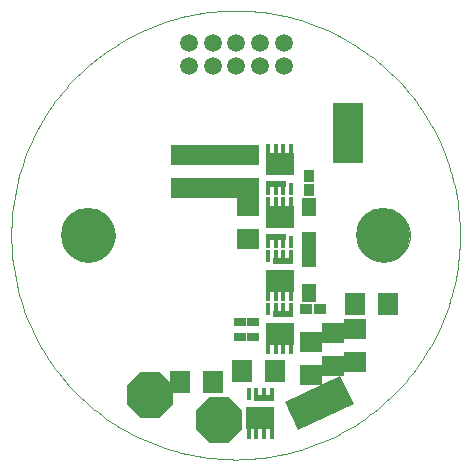
<source format=gts>
G75*
%MOIN*%
%OFA0B0*%
%FSLAX25Y25*%
%IPPOS*%
%LPD*%
%AMOC8*
5,1,8,0,0,1.08239X$1,22.5*
%
%ADD10C,0.00000*%
%ADD11C,0.18117*%
%ADD12C,0.00039*%
%ADD13R,0.01778X0.04337*%
%ADD14R,0.06896X0.01975*%
%ADD15R,0.09455X0.07487*%
%ADD16R,0.07498X0.06699*%
%ADD17R,0.06699X0.07498*%
%ADD18R,0.05124X0.06306*%
%ADD19R,0.07487X0.06699*%
%ADD20R,0.06699X0.07487*%
%ADD21R,0.03313X0.04042*%
%ADD22R,0.04042X0.03313*%
%ADD23R,0.03943X0.03156*%
%ADD24OC8,0.15400*%
%ADD25R,0.10400X0.20400*%
%ADD26C,0.05943*%
D10*
X0031167Y0092072D02*
X0031170Y0092289D01*
X0031178Y0092507D01*
X0031191Y0092724D01*
X0031210Y0092940D01*
X0031234Y0093156D01*
X0031263Y0093372D01*
X0031297Y0093586D01*
X0031337Y0093800D01*
X0031382Y0094013D01*
X0031432Y0094224D01*
X0031488Y0094435D01*
X0031548Y0094643D01*
X0031614Y0094851D01*
X0031685Y0095056D01*
X0031761Y0095260D01*
X0031841Y0095462D01*
X0031927Y0095662D01*
X0032017Y0095859D01*
X0032113Y0096055D01*
X0032213Y0096248D01*
X0032318Y0096438D01*
X0032427Y0096626D01*
X0032541Y0096811D01*
X0032660Y0096993D01*
X0032783Y0097173D01*
X0032910Y0097349D01*
X0033042Y0097522D01*
X0033178Y0097691D01*
X0033318Y0097858D01*
X0033462Y0098021D01*
X0033610Y0098180D01*
X0033761Y0098336D01*
X0033917Y0098487D01*
X0034076Y0098635D01*
X0034239Y0098779D01*
X0034406Y0098919D01*
X0034575Y0099055D01*
X0034748Y0099187D01*
X0034924Y0099314D01*
X0035104Y0099437D01*
X0035286Y0099556D01*
X0035471Y0099670D01*
X0035659Y0099779D01*
X0035849Y0099884D01*
X0036042Y0099984D01*
X0036238Y0100080D01*
X0036435Y0100170D01*
X0036635Y0100256D01*
X0036837Y0100336D01*
X0037041Y0100412D01*
X0037246Y0100483D01*
X0037454Y0100549D01*
X0037662Y0100609D01*
X0037873Y0100665D01*
X0038084Y0100715D01*
X0038297Y0100760D01*
X0038511Y0100800D01*
X0038725Y0100834D01*
X0038941Y0100863D01*
X0039157Y0100887D01*
X0039373Y0100906D01*
X0039590Y0100919D01*
X0039808Y0100927D01*
X0040025Y0100930D01*
X0040242Y0100927D01*
X0040460Y0100919D01*
X0040677Y0100906D01*
X0040893Y0100887D01*
X0041109Y0100863D01*
X0041325Y0100834D01*
X0041539Y0100800D01*
X0041753Y0100760D01*
X0041966Y0100715D01*
X0042177Y0100665D01*
X0042388Y0100609D01*
X0042596Y0100549D01*
X0042804Y0100483D01*
X0043009Y0100412D01*
X0043213Y0100336D01*
X0043415Y0100256D01*
X0043615Y0100170D01*
X0043812Y0100080D01*
X0044008Y0099984D01*
X0044201Y0099884D01*
X0044391Y0099779D01*
X0044579Y0099670D01*
X0044764Y0099556D01*
X0044946Y0099437D01*
X0045126Y0099314D01*
X0045302Y0099187D01*
X0045475Y0099055D01*
X0045644Y0098919D01*
X0045811Y0098779D01*
X0045974Y0098635D01*
X0046133Y0098487D01*
X0046289Y0098336D01*
X0046440Y0098180D01*
X0046588Y0098021D01*
X0046732Y0097858D01*
X0046872Y0097691D01*
X0047008Y0097522D01*
X0047140Y0097349D01*
X0047267Y0097173D01*
X0047390Y0096993D01*
X0047509Y0096811D01*
X0047623Y0096626D01*
X0047732Y0096438D01*
X0047837Y0096248D01*
X0047937Y0096055D01*
X0048033Y0095859D01*
X0048123Y0095662D01*
X0048209Y0095462D01*
X0048289Y0095260D01*
X0048365Y0095056D01*
X0048436Y0094851D01*
X0048502Y0094643D01*
X0048562Y0094435D01*
X0048618Y0094224D01*
X0048668Y0094013D01*
X0048713Y0093800D01*
X0048753Y0093586D01*
X0048787Y0093372D01*
X0048816Y0093156D01*
X0048840Y0092940D01*
X0048859Y0092724D01*
X0048872Y0092507D01*
X0048880Y0092289D01*
X0048883Y0092072D01*
X0048880Y0091855D01*
X0048872Y0091637D01*
X0048859Y0091420D01*
X0048840Y0091204D01*
X0048816Y0090988D01*
X0048787Y0090772D01*
X0048753Y0090558D01*
X0048713Y0090344D01*
X0048668Y0090131D01*
X0048618Y0089920D01*
X0048562Y0089709D01*
X0048502Y0089501D01*
X0048436Y0089293D01*
X0048365Y0089088D01*
X0048289Y0088884D01*
X0048209Y0088682D01*
X0048123Y0088482D01*
X0048033Y0088285D01*
X0047937Y0088089D01*
X0047837Y0087896D01*
X0047732Y0087706D01*
X0047623Y0087518D01*
X0047509Y0087333D01*
X0047390Y0087151D01*
X0047267Y0086971D01*
X0047140Y0086795D01*
X0047008Y0086622D01*
X0046872Y0086453D01*
X0046732Y0086286D01*
X0046588Y0086123D01*
X0046440Y0085964D01*
X0046289Y0085808D01*
X0046133Y0085657D01*
X0045974Y0085509D01*
X0045811Y0085365D01*
X0045644Y0085225D01*
X0045475Y0085089D01*
X0045302Y0084957D01*
X0045126Y0084830D01*
X0044946Y0084707D01*
X0044764Y0084588D01*
X0044579Y0084474D01*
X0044391Y0084365D01*
X0044201Y0084260D01*
X0044008Y0084160D01*
X0043812Y0084064D01*
X0043615Y0083974D01*
X0043415Y0083888D01*
X0043213Y0083808D01*
X0043009Y0083732D01*
X0042804Y0083661D01*
X0042596Y0083595D01*
X0042388Y0083535D01*
X0042177Y0083479D01*
X0041966Y0083429D01*
X0041753Y0083384D01*
X0041539Y0083344D01*
X0041325Y0083310D01*
X0041109Y0083281D01*
X0040893Y0083257D01*
X0040677Y0083238D01*
X0040460Y0083225D01*
X0040242Y0083217D01*
X0040025Y0083214D01*
X0039808Y0083217D01*
X0039590Y0083225D01*
X0039373Y0083238D01*
X0039157Y0083257D01*
X0038941Y0083281D01*
X0038725Y0083310D01*
X0038511Y0083344D01*
X0038297Y0083384D01*
X0038084Y0083429D01*
X0037873Y0083479D01*
X0037662Y0083535D01*
X0037454Y0083595D01*
X0037246Y0083661D01*
X0037041Y0083732D01*
X0036837Y0083808D01*
X0036635Y0083888D01*
X0036435Y0083974D01*
X0036238Y0084064D01*
X0036042Y0084160D01*
X0035849Y0084260D01*
X0035659Y0084365D01*
X0035471Y0084474D01*
X0035286Y0084588D01*
X0035104Y0084707D01*
X0034924Y0084830D01*
X0034748Y0084957D01*
X0034575Y0085089D01*
X0034406Y0085225D01*
X0034239Y0085365D01*
X0034076Y0085509D01*
X0033917Y0085657D01*
X0033761Y0085808D01*
X0033610Y0085964D01*
X0033462Y0086123D01*
X0033318Y0086286D01*
X0033178Y0086453D01*
X0033042Y0086622D01*
X0032910Y0086795D01*
X0032783Y0086971D01*
X0032660Y0087151D01*
X0032541Y0087333D01*
X0032427Y0087518D01*
X0032318Y0087706D01*
X0032213Y0087896D01*
X0032113Y0088089D01*
X0032017Y0088285D01*
X0031927Y0088482D01*
X0031841Y0088682D01*
X0031761Y0088884D01*
X0031685Y0089088D01*
X0031614Y0089293D01*
X0031548Y0089501D01*
X0031488Y0089709D01*
X0031432Y0089920D01*
X0031382Y0090131D01*
X0031337Y0090344D01*
X0031297Y0090558D01*
X0031263Y0090772D01*
X0031234Y0090988D01*
X0031210Y0091204D01*
X0031191Y0091420D01*
X0031178Y0091637D01*
X0031170Y0091855D01*
X0031167Y0092072D01*
X0129592Y0092072D02*
X0129595Y0092289D01*
X0129603Y0092507D01*
X0129616Y0092724D01*
X0129635Y0092940D01*
X0129659Y0093156D01*
X0129688Y0093372D01*
X0129722Y0093586D01*
X0129762Y0093800D01*
X0129807Y0094013D01*
X0129857Y0094224D01*
X0129913Y0094435D01*
X0129973Y0094643D01*
X0130039Y0094851D01*
X0130110Y0095056D01*
X0130186Y0095260D01*
X0130266Y0095462D01*
X0130352Y0095662D01*
X0130442Y0095859D01*
X0130538Y0096055D01*
X0130638Y0096248D01*
X0130743Y0096438D01*
X0130852Y0096626D01*
X0130966Y0096811D01*
X0131085Y0096993D01*
X0131208Y0097173D01*
X0131335Y0097349D01*
X0131467Y0097522D01*
X0131603Y0097691D01*
X0131743Y0097858D01*
X0131887Y0098021D01*
X0132035Y0098180D01*
X0132186Y0098336D01*
X0132342Y0098487D01*
X0132501Y0098635D01*
X0132664Y0098779D01*
X0132831Y0098919D01*
X0133000Y0099055D01*
X0133173Y0099187D01*
X0133349Y0099314D01*
X0133529Y0099437D01*
X0133711Y0099556D01*
X0133896Y0099670D01*
X0134084Y0099779D01*
X0134274Y0099884D01*
X0134467Y0099984D01*
X0134663Y0100080D01*
X0134860Y0100170D01*
X0135060Y0100256D01*
X0135262Y0100336D01*
X0135466Y0100412D01*
X0135671Y0100483D01*
X0135879Y0100549D01*
X0136087Y0100609D01*
X0136298Y0100665D01*
X0136509Y0100715D01*
X0136722Y0100760D01*
X0136936Y0100800D01*
X0137150Y0100834D01*
X0137366Y0100863D01*
X0137582Y0100887D01*
X0137798Y0100906D01*
X0138015Y0100919D01*
X0138233Y0100927D01*
X0138450Y0100930D01*
X0138667Y0100927D01*
X0138885Y0100919D01*
X0139102Y0100906D01*
X0139318Y0100887D01*
X0139534Y0100863D01*
X0139750Y0100834D01*
X0139964Y0100800D01*
X0140178Y0100760D01*
X0140391Y0100715D01*
X0140602Y0100665D01*
X0140813Y0100609D01*
X0141021Y0100549D01*
X0141229Y0100483D01*
X0141434Y0100412D01*
X0141638Y0100336D01*
X0141840Y0100256D01*
X0142040Y0100170D01*
X0142237Y0100080D01*
X0142433Y0099984D01*
X0142626Y0099884D01*
X0142816Y0099779D01*
X0143004Y0099670D01*
X0143189Y0099556D01*
X0143371Y0099437D01*
X0143551Y0099314D01*
X0143727Y0099187D01*
X0143900Y0099055D01*
X0144069Y0098919D01*
X0144236Y0098779D01*
X0144399Y0098635D01*
X0144558Y0098487D01*
X0144714Y0098336D01*
X0144865Y0098180D01*
X0145013Y0098021D01*
X0145157Y0097858D01*
X0145297Y0097691D01*
X0145433Y0097522D01*
X0145565Y0097349D01*
X0145692Y0097173D01*
X0145815Y0096993D01*
X0145934Y0096811D01*
X0146048Y0096626D01*
X0146157Y0096438D01*
X0146262Y0096248D01*
X0146362Y0096055D01*
X0146458Y0095859D01*
X0146548Y0095662D01*
X0146634Y0095462D01*
X0146714Y0095260D01*
X0146790Y0095056D01*
X0146861Y0094851D01*
X0146927Y0094643D01*
X0146987Y0094435D01*
X0147043Y0094224D01*
X0147093Y0094013D01*
X0147138Y0093800D01*
X0147178Y0093586D01*
X0147212Y0093372D01*
X0147241Y0093156D01*
X0147265Y0092940D01*
X0147284Y0092724D01*
X0147297Y0092507D01*
X0147305Y0092289D01*
X0147308Y0092072D01*
X0147305Y0091855D01*
X0147297Y0091637D01*
X0147284Y0091420D01*
X0147265Y0091204D01*
X0147241Y0090988D01*
X0147212Y0090772D01*
X0147178Y0090558D01*
X0147138Y0090344D01*
X0147093Y0090131D01*
X0147043Y0089920D01*
X0146987Y0089709D01*
X0146927Y0089501D01*
X0146861Y0089293D01*
X0146790Y0089088D01*
X0146714Y0088884D01*
X0146634Y0088682D01*
X0146548Y0088482D01*
X0146458Y0088285D01*
X0146362Y0088089D01*
X0146262Y0087896D01*
X0146157Y0087706D01*
X0146048Y0087518D01*
X0145934Y0087333D01*
X0145815Y0087151D01*
X0145692Y0086971D01*
X0145565Y0086795D01*
X0145433Y0086622D01*
X0145297Y0086453D01*
X0145157Y0086286D01*
X0145013Y0086123D01*
X0144865Y0085964D01*
X0144714Y0085808D01*
X0144558Y0085657D01*
X0144399Y0085509D01*
X0144236Y0085365D01*
X0144069Y0085225D01*
X0143900Y0085089D01*
X0143727Y0084957D01*
X0143551Y0084830D01*
X0143371Y0084707D01*
X0143189Y0084588D01*
X0143004Y0084474D01*
X0142816Y0084365D01*
X0142626Y0084260D01*
X0142433Y0084160D01*
X0142237Y0084064D01*
X0142040Y0083974D01*
X0141840Y0083888D01*
X0141638Y0083808D01*
X0141434Y0083732D01*
X0141229Y0083661D01*
X0141021Y0083595D01*
X0140813Y0083535D01*
X0140602Y0083479D01*
X0140391Y0083429D01*
X0140178Y0083384D01*
X0139964Y0083344D01*
X0139750Y0083310D01*
X0139534Y0083281D01*
X0139318Y0083257D01*
X0139102Y0083238D01*
X0138885Y0083225D01*
X0138667Y0083217D01*
X0138450Y0083214D01*
X0138233Y0083217D01*
X0138015Y0083225D01*
X0137798Y0083238D01*
X0137582Y0083257D01*
X0137366Y0083281D01*
X0137150Y0083310D01*
X0136936Y0083344D01*
X0136722Y0083384D01*
X0136509Y0083429D01*
X0136298Y0083479D01*
X0136087Y0083535D01*
X0135879Y0083595D01*
X0135671Y0083661D01*
X0135466Y0083732D01*
X0135262Y0083808D01*
X0135060Y0083888D01*
X0134860Y0083974D01*
X0134663Y0084064D01*
X0134467Y0084160D01*
X0134274Y0084260D01*
X0134084Y0084365D01*
X0133896Y0084474D01*
X0133711Y0084588D01*
X0133529Y0084707D01*
X0133349Y0084830D01*
X0133173Y0084957D01*
X0133000Y0085089D01*
X0132831Y0085225D01*
X0132664Y0085365D01*
X0132501Y0085509D01*
X0132342Y0085657D01*
X0132186Y0085808D01*
X0132035Y0085964D01*
X0131887Y0086123D01*
X0131743Y0086286D01*
X0131603Y0086453D01*
X0131467Y0086622D01*
X0131335Y0086795D01*
X0131208Y0086971D01*
X0131085Y0087151D01*
X0130966Y0087333D01*
X0130852Y0087518D01*
X0130743Y0087706D01*
X0130638Y0087896D01*
X0130538Y0088089D01*
X0130442Y0088285D01*
X0130352Y0088482D01*
X0130266Y0088682D01*
X0130186Y0088884D01*
X0130110Y0089088D01*
X0130039Y0089293D01*
X0129973Y0089501D01*
X0129913Y0089709D01*
X0129857Y0089920D01*
X0129807Y0090131D01*
X0129762Y0090344D01*
X0129722Y0090558D01*
X0129688Y0090772D01*
X0129659Y0090988D01*
X0129635Y0091204D01*
X0129616Y0091420D01*
X0129603Y0091637D01*
X0129595Y0091855D01*
X0129592Y0092072D01*
D11*
X0138450Y0092072D03*
X0040025Y0092072D03*
D12*
X0014435Y0092072D02*
X0014458Y0093908D01*
X0014525Y0095742D01*
X0014638Y0097575D01*
X0014795Y0099404D01*
X0014998Y0101229D01*
X0015245Y0103048D01*
X0015536Y0104860D01*
X0015872Y0106665D01*
X0016253Y0108461D01*
X0016677Y0110248D01*
X0017145Y0112023D01*
X0017656Y0113786D01*
X0018210Y0115536D01*
X0018808Y0117272D01*
X0019447Y0118993D01*
X0020129Y0120698D01*
X0020852Y0122385D01*
X0021617Y0124054D01*
X0022422Y0125704D01*
X0023268Y0127334D01*
X0024153Y0128942D01*
X0025077Y0130528D01*
X0026040Y0132091D01*
X0027042Y0133630D01*
X0028080Y0135144D01*
X0029156Y0136632D01*
X0030267Y0138093D01*
X0031414Y0139527D01*
X0032597Y0140931D01*
X0033813Y0142307D01*
X0035062Y0143652D01*
X0036344Y0144966D01*
X0037658Y0146248D01*
X0039003Y0147497D01*
X0040379Y0148713D01*
X0041783Y0149896D01*
X0043217Y0151043D01*
X0044678Y0152154D01*
X0046166Y0153230D01*
X0047680Y0154268D01*
X0049219Y0155270D01*
X0050782Y0156233D01*
X0052368Y0157157D01*
X0053976Y0158042D01*
X0055606Y0158888D01*
X0057256Y0159693D01*
X0058925Y0160458D01*
X0060612Y0161181D01*
X0062317Y0161863D01*
X0064038Y0162502D01*
X0065774Y0163100D01*
X0067524Y0163654D01*
X0069287Y0164165D01*
X0071062Y0164633D01*
X0072849Y0165057D01*
X0074645Y0165438D01*
X0076450Y0165774D01*
X0078262Y0166065D01*
X0080081Y0166312D01*
X0081906Y0166515D01*
X0083735Y0166672D01*
X0085568Y0166785D01*
X0087402Y0166852D01*
X0089238Y0166875D01*
X0091074Y0166852D01*
X0092908Y0166785D01*
X0094741Y0166672D01*
X0096570Y0166515D01*
X0098395Y0166312D01*
X0100214Y0166065D01*
X0102026Y0165774D01*
X0103831Y0165438D01*
X0105627Y0165057D01*
X0107414Y0164633D01*
X0109189Y0164165D01*
X0110952Y0163654D01*
X0112702Y0163100D01*
X0114438Y0162502D01*
X0116159Y0161863D01*
X0117864Y0161181D01*
X0119551Y0160458D01*
X0121220Y0159693D01*
X0122870Y0158888D01*
X0124500Y0158042D01*
X0126108Y0157157D01*
X0127694Y0156233D01*
X0129257Y0155270D01*
X0130796Y0154268D01*
X0132310Y0153230D01*
X0133798Y0152154D01*
X0135259Y0151043D01*
X0136693Y0149896D01*
X0138097Y0148713D01*
X0139473Y0147497D01*
X0140818Y0146248D01*
X0142132Y0144966D01*
X0143414Y0143652D01*
X0144663Y0142307D01*
X0145879Y0140931D01*
X0147062Y0139527D01*
X0148209Y0138093D01*
X0149320Y0136632D01*
X0150396Y0135144D01*
X0151434Y0133630D01*
X0152436Y0132091D01*
X0153399Y0130528D01*
X0154323Y0128942D01*
X0155208Y0127334D01*
X0156054Y0125704D01*
X0156859Y0124054D01*
X0157624Y0122385D01*
X0158347Y0120698D01*
X0159029Y0118993D01*
X0159668Y0117272D01*
X0160266Y0115536D01*
X0160820Y0113786D01*
X0161331Y0112023D01*
X0161799Y0110248D01*
X0162223Y0108461D01*
X0162604Y0106665D01*
X0162940Y0104860D01*
X0163231Y0103048D01*
X0163478Y0101229D01*
X0163681Y0099404D01*
X0163838Y0097575D01*
X0163951Y0095742D01*
X0164018Y0093908D01*
X0164041Y0092072D01*
X0164018Y0090236D01*
X0163951Y0088402D01*
X0163838Y0086569D01*
X0163681Y0084740D01*
X0163478Y0082915D01*
X0163231Y0081096D01*
X0162940Y0079284D01*
X0162604Y0077479D01*
X0162223Y0075683D01*
X0161799Y0073896D01*
X0161331Y0072121D01*
X0160820Y0070358D01*
X0160266Y0068608D01*
X0159668Y0066872D01*
X0159029Y0065151D01*
X0158347Y0063446D01*
X0157624Y0061759D01*
X0156859Y0060090D01*
X0156054Y0058440D01*
X0155208Y0056810D01*
X0154323Y0055202D01*
X0153399Y0053616D01*
X0152436Y0052053D01*
X0151434Y0050514D01*
X0150396Y0049000D01*
X0149320Y0047512D01*
X0148209Y0046051D01*
X0147062Y0044617D01*
X0145879Y0043213D01*
X0144663Y0041837D01*
X0143414Y0040492D01*
X0142132Y0039178D01*
X0140818Y0037896D01*
X0139473Y0036647D01*
X0138097Y0035431D01*
X0136693Y0034248D01*
X0135259Y0033101D01*
X0133798Y0031990D01*
X0132310Y0030914D01*
X0130796Y0029876D01*
X0129257Y0028874D01*
X0127694Y0027911D01*
X0126108Y0026987D01*
X0124500Y0026102D01*
X0122870Y0025256D01*
X0121220Y0024451D01*
X0119551Y0023686D01*
X0117864Y0022963D01*
X0116159Y0022281D01*
X0114438Y0021642D01*
X0112702Y0021044D01*
X0110952Y0020490D01*
X0109189Y0019979D01*
X0107414Y0019511D01*
X0105627Y0019087D01*
X0103831Y0018706D01*
X0102026Y0018370D01*
X0100214Y0018079D01*
X0098395Y0017832D01*
X0096570Y0017629D01*
X0094741Y0017472D01*
X0092908Y0017359D01*
X0091074Y0017292D01*
X0089238Y0017269D01*
X0087402Y0017292D01*
X0085568Y0017359D01*
X0083735Y0017472D01*
X0081906Y0017629D01*
X0080081Y0017832D01*
X0078262Y0018079D01*
X0076450Y0018370D01*
X0074645Y0018706D01*
X0072849Y0019087D01*
X0071062Y0019511D01*
X0069287Y0019979D01*
X0067524Y0020490D01*
X0065774Y0021044D01*
X0064038Y0021642D01*
X0062317Y0022281D01*
X0060612Y0022963D01*
X0058925Y0023686D01*
X0057256Y0024451D01*
X0055606Y0025256D01*
X0053976Y0026102D01*
X0052368Y0026987D01*
X0050782Y0027911D01*
X0049219Y0028874D01*
X0047680Y0029876D01*
X0046166Y0030914D01*
X0044678Y0031990D01*
X0043217Y0033101D01*
X0041783Y0034248D01*
X0040379Y0035431D01*
X0039003Y0036647D01*
X0037658Y0037896D01*
X0036344Y0039178D01*
X0035062Y0040492D01*
X0033813Y0041837D01*
X0032597Y0043213D01*
X0031414Y0044617D01*
X0030267Y0046051D01*
X0029156Y0047512D01*
X0028080Y0049000D01*
X0027042Y0050514D01*
X0026040Y0052053D01*
X0025077Y0053616D01*
X0024153Y0055202D01*
X0023268Y0056810D01*
X0022422Y0058440D01*
X0021617Y0060090D01*
X0020852Y0061759D01*
X0020129Y0063446D01*
X0019447Y0065151D01*
X0018808Y0066872D01*
X0018210Y0068608D01*
X0017656Y0070358D01*
X0017145Y0072121D01*
X0016677Y0073896D01*
X0016253Y0075683D01*
X0015872Y0077479D01*
X0015536Y0079284D01*
X0015245Y0081096D01*
X0014998Y0082915D01*
X0014795Y0084740D01*
X0014638Y0086569D01*
X0014525Y0088402D01*
X0014458Y0090236D01*
X0014435Y0092072D01*
D13*
X0093588Y0039218D03*
X0096147Y0039218D03*
X0098706Y0039218D03*
X0101265Y0039218D03*
X0101265Y0026226D03*
X0098706Y0026226D03*
X0096147Y0026226D03*
X0093588Y0026226D03*
X0100045Y0054395D03*
X0102604Y0054395D03*
X0105163Y0054395D03*
X0107722Y0054395D03*
X0107722Y0067387D03*
X0105163Y0067387D03*
X0102604Y0067387D03*
X0100045Y0067387D03*
X0100045Y0072112D03*
X0102604Y0072112D03*
X0105163Y0072112D03*
X0107722Y0072112D03*
X0107722Y0085104D03*
X0105163Y0085104D03*
X0102604Y0085104D03*
X0100045Y0085104D03*
X0100045Y0089828D03*
X0102604Y0089828D03*
X0105163Y0089828D03*
X0107722Y0089828D03*
X0107722Y0102820D03*
X0105163Y0102820D03*
X0102604Y0102820D03*
X0100045Y0102820D03*
X0100045Y0107545D03*
X0102604Y0107545D03*
X0105163Y0107545D03*
X0107722Y0107545D03*
X0107722Y0120537D03*
X0105163Y0120537D03*
X0102604Y0120537D03*
X0100045Y0120537D03*
D14*
X0102604Y0109120D03*
X0102604Y0091403D03*
X0105163Y0083529D03*
X0105163Y0065813D03*
X0098706Y0037643D03*
D15*
X0097427Y0030990D03*
X0103883Y0059159D03*
X0103883Y0076876D03*
X0103883Y0098057D03*
X0103883Y0115773D03*
D16*
X0093254Y0101923D03*
X0093254Y0090726D03*
D17*
X0081726Y0043057D03*
X0070529Y0043057D03*
D18*
X0113805Y0072899D03*
X0113805Y0084317D03*
X0113805Y0090143D03*
X0113805Y0101561D03*
D19*
X0093254Y0107820D03*
X0085931Y0107820D03*
X0078608Y0107820D03*
X0071285Y0107820D03*
X0071285Y0118844D03*
X0078608Y0118844D03*
X0085931Y0118844D03*
X0093254Y0118844D03*
X0128923Y0060734D03*
X0121600Y0059317D03*
X0114277Y0056482D03*
X0121600Y0048293D03*
X0128923Y0049710D03*
X0114277Y0045458D03*
D20*
X0102309Y0046718D03*
X0091285Y0046718D03*
X0128982Y0068962D03*
X0140006Y0068962D03*
D21*
X0113805Y0106954D03*
X0113805Y0111679D03*
D22*
X0112624Y0067506D03*
X0117348Y0067506D03*
D23*
X0095143Y0063214D03*
X0090655Y0063214D03*
X0090655Y0058096D03*
X0095143Y0058096D03*
D24*
X0060728Y0038675D03*
X0083548Y0030569D03*
D25*
G36*
X0124158Y0045111D02*
X0128553Y0035686D01*
X0110066Y0027065D01*
X0105671Y0036490D01*
X0124158Y0045111D01*
G37*
X0126561Y0126088D03*
D26*
X0105222Y0148372D03*
X0105222Y0156246D03*
X0097348Y0156246D03*
X0089474Y0156246D03*
X0089474Y0148372D03*
X0097348Y0148372D03*
X0081600Y0148372D03*
X0081600Y0156246D03*
X0073726Y0156246D03*
X0073726Y0148372D03*
M02*

</source>
